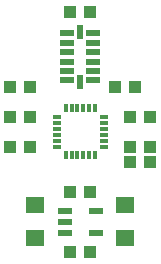
<source format=gbr>
G04 EAGLE Gerber RS-274X export*
G75*
%MOMM*%
%FSLAX34Y34*%
%LPD*%
%INSolderpaste Top*%
%IPPOS*%
%AMOC8*
5,1,8,0,0,1.08239X$1,22.5*%
G01*
%ADD10R,0.300000X0.800000*%
%ADD11R,0.800000X0.300000*%
%ADD12R,1.100000X1.000000*%
%ADD13R,1.200000X0.500000*%
%ADD14R,0.500000X1.200000*%
%ADD15R,1.200000X0.550000*%
%ADD16R,1.600000X1.400000*%


D10*
X89100Y94300D03*
X94100Y94300D03*
X99100Y94300D03*
X104100Y94300D03*
X109100Y94300D03*
X114100Y94300D03*
D11*
X121600Y101800D03*
X121600Y106800D03*
X121600Y111800D03*
X121600Y116800D03*
X121600Y121800D03*
X121600Y126800D03*
D10*
X114100Y134300D03*
X109100Y134300D03*
X104100Y134300D03*
X99100Y134300D03*
X94100Y134300D03*
X89100Y134300D03*
D11*
X81600Y126800D03*
X81600Y121800D03*
X81600Y116800D03*
X81600Y111800D03*
X81600Y106800D03*
X81600Y101800D03*
D12*
X143900Y127000D03*
X160900Y127000D03*
X143900Y101600D03*
X160900Y101600D03*
X59300Y152400D03*
X42300Y152400D03*
X143900Y88900D03*
X160900Y88900D03*
D13*
X112600Y197800D03*
X112600Y189800D03*
X112600Y181800D03*
X112600Y173800D03*
X112600Y165800D03*
X112600Y157800D03*
D14*
X101600Y156800D03*
D13*
X90600Y157800D03*
X90600Y165800D03*
X90600Y173800D03*
X90600Y181800D03*
X90600Y189800D03*
X90600Y197800D03*
D14*
X101600Y198800D03*
D12*
X131200Y152400D03*
X148200Y152400D03*
X110100Y215900D03*
X93100Y215900D03*
D15*
X88599Y47600D03*
X88599Y38100D03*
X88599Y28600D03*
X114601Y28600D03*
X114601Y47600D03*
D12*
X110100Y12700D03*
X93100Y12700D03*
D16*
X63500Y52100D03*
X63500Y24100D03*
D12*
X93100Y63500D03*
X110100Y63500D03*
D16*
X139700Y24100D03*
X139700Y52100D03*
D12*
X42300Y101600D03*
X59300Y101600D03*
X42300Y127000D03*
X59300Y127000D03*
M02*

</source>
